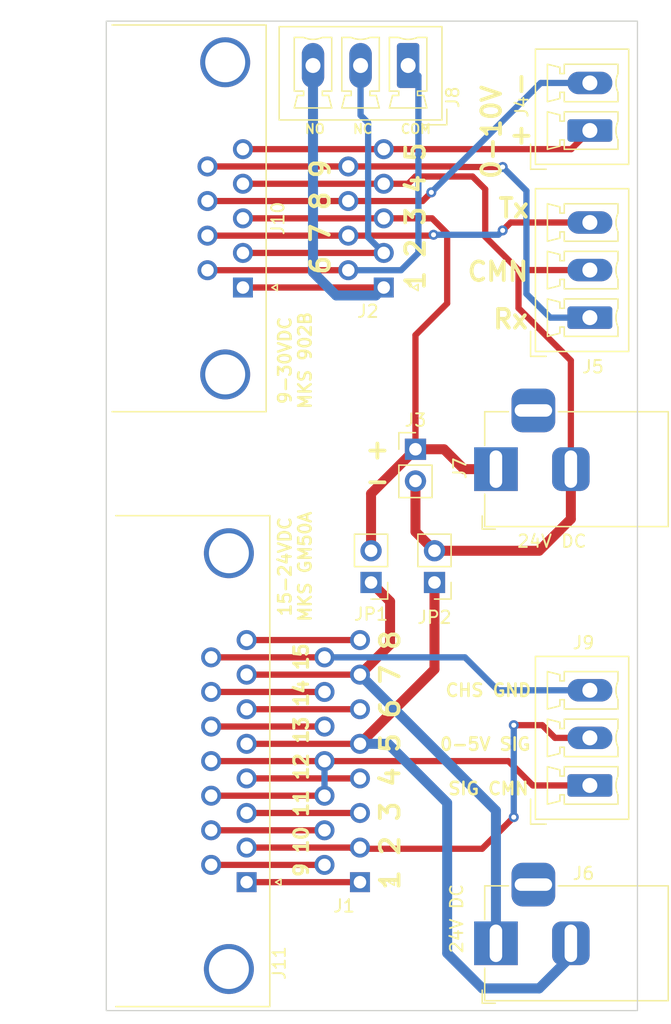
<source format=kicad_pcb>
(kicad_pcb (version 20211014) (generator pcbnew)
  (layers (0 "F.Cu" signal) (31 "B.Cu" signal) (34 "B.Paste" user) (35 "F.Paste" user) (36 "B.SilkS" user "B.Silkscreen") (37 "F.SilkS" user "F.Silkscreen") (38 "B.Mask" user) (39 "F.Mask" user) (44 "Edge.Cuts" user))
  (net 0 "")
  (net 1 "Net-(J1-Pad2)")
  (net 2 "Net-(J1-Pad5)")
  (net 3 "Net-(J1-Pad7)")
  (net 4 "Net-(J1-Pad11)")
  (net 5 "Net-(J10-Pad1)")
  (net 6 "Net-(J10-Pad2)")
  (net 7 "Net-(J10-Pad3)")
  (net 8 "Net-(J10-Pad4)")
  (net 9 "Net-(J10-Pad5)")
  (net 10 "Net-(J10-Pad6)")
  (net 11 "Net-(J10-Pad7)")
  (net 12 "Net-(J10-Pad8)")
  (net 13 "Net-(J10-Pad9)")
  (net 14 "Net-(J1-Pad1)")
  (net 15 "Net-(J1-Pad3)")
  (net 16 "Net-(J1-Pad4)")
  (net 17 "Net-(J1-Pad6)")
  (net 18 "Net-(J1-Pad8)")
  (net 19 "Net-(J1-Pad9)")
  (net 20 "Net-(J1-Pad10)")
  (net 21 "Net-(J1-Pad13)")
  (net 22 "Net-(J1-Pad14)")
  (net 23 "Net-(J1-Pad15)")
  (footprint "Connector_Dsub:DSUB-15_Female_Horizontal_P2.77x2.84mm_EdgePinOffset7.70mm_Housed_MountingHolesOffset9.12mm" (layer "F.Cu") (at 137.605331 129.921 -90)
    (fp_text reference "J11" (at 6.477 -2.602669 -90) (layer "F.SilkS"))
    (fp_text value "DB15_Female")
    (fp_line (start -29.355 -1.86) (end 9.965 -1.86) (layer "F.SilkS") (width 0.12))
    (fp_line (start -0.25 -2.754338) (end 0.25 -2.754338) (layer "F.SilkS") (width 0.12))
    (fp_line (start 9.965 -1.86) (end 9.965 10.48) (layer "F.SilkS") (width 0.12))
    (fp_line (start -29.355 10.48) (end -29.355 -1.86) (layer "F.SilkS") (width 0.12))
    (fp_line (start 0.25 -2.754338) (end 0 -2.321325) (layer "F.SilkS") (width 0.12))
    (fp_line (start 0 -2.321325) (end -0.25 -2.754338) (layer "F.SilkS") (width 0.12))
    (pad "0" thru_hole circle (at -26.345 1.42 270) (size 4 4) (drill 3.2) (layers *.Cu *.Mask))
    (pad "0" thru_hole circle (at 6.955 1.42 270) (size 4 4) (drill 3.2) (layers *.Cu *.Mask))
    (pad "1" thru_hole rect (at 0 0 270) (size 1.6 1.6) (drill 1) (layers *.Cu *.Mask) (net 14 "Net-(J1-Pad1)"))
    (pad "2" thru_hole circle (at -2.77 0 270) (size 1.6 1.6) (drill 1) (layers *.Cu *.Mask) (net 1 "Net-(J1-Pad2)"))
    (pad "3" thru_hole circle (at -5.54 0 270) (size 1.6 1.6) (drill 1) (layers *.Cu *.Mask) (net 15 "Net-(J1-Pad3)"))
    (pad "4" thru_hole circle (at -8.31 0 270) (size 1.6 1.6) (drill 1) (layers *.Cu *.Mask) (net 16 "Net-(J1-Pad4)"))
    (pad "5" thru_hole circle (at -11.08 0 270) (size 1.6 1.6) (drill 1) (layers *.Cu *.Mask) (net 2 "Net-(J1-Pad5)"))
    (pad "6" thru_hole circle (at -13.85 0 270) (size 1.6 1.6) (drill 1) (layers *.Cu *.Mask) (net 17 "Net-(J1-Pad6)"))
    (pad "7" thru_hole circle (at -16.62 0 270) (size 1.6 1.6) (drill 1) (layers *.Cu *.Mask) (net 3 "Net-(J1-Pad7)"))
    (pad "8" thru_hole circle (at -19.39 0 270) (size 1.6 1.6) (drill 1) (layers *.Cu *.Mask) (net 18 "Net-(J1-Pad8)"))
    (pad "9" thru_hole circle (at -1.385 2.84 270) (size 1.6 1.6) (drill 1) (layers *.Cu *.Mask) (net 19 "Net-(J1-Pad9)"))
    (pad "10" thru_hole circle (at -4.155 2.84 270) (size 1.6 1.6) (drill 1) (layers *.Cu *.Mask) (net 20 "Net-(J1-Pad10)"))
    (pad "11" thru_hole circle (at -6.925 2.84 270) (size 1.6 1.6) (drill 1) (layers *.Cu *.Mask) (net 4 "Net-(J1-Pad11)"))
    (pad "12" thru_hole circle (at -9.695 2.84 270) (size 1.6 1.6) (drill 1) (layers *.Cu *.Mask) (net 4 "Net-(J1-Pad11)"))
    (pad "13" thru_hole circle (at -12.465 2.84 270) (size 1.6 1.6) (drill 1) (layers *.Cu *.Mask) (net 21 "Net-(J1-Pad13)"))
    (pad "14" thru_hole circle (at -15.235 2.84 270) (size 1.6 1.6) (drill 1) (layers *.Cu *.Mask) (net 22 "Net-(J1-Pad14)"))
    (pad "15" thru_hole circle (at -18.005 2.84 270) (size 1.6 1.6) (drill 1) (layers *.Cu *.Mask) (net 23 "Net-(J1-Pad15)"))
  )
  (footprint "Connector_BarrelJack:BarrelJack_Horizontal" (layer "F.Cu") (at 157.576 96.8425 180)
    (fp_text reference "J7" (at 2.89 0.0685 90) (layer "F.SilkS"))
    (fp_text value "Barrel_Jack")
    (fp_line (start 0.9 -4.6) (end 0.9 -2) (layer "F.SilkS") (width 0.12))
    (fp_line (start -13.8 -4.6) (end 0.9 -4.6) (layer "F.SilkS") (width 0.12))
    (fp_line (start 0.9 4.6) (end -1 4.6) (layer "F.SilkS") (width 0.12))
    (fp_line (start 1.1 -3.75) (end 1.1 -4.8) (layer "F.SilkS") (width 0.12))
    (fp_line (start -5 4.6) (end -13.8 4.6) (layer "F.SilkS") (width 0.12))
    (fp_line (start 0.9 1.9) (end 0.9 4.6) (layer "F.SilkS") (width 0.12))
    (fp_line (start 0.05 -4.8) (end 1.1 -4.8) (layer "F.SilkS") (width 0.12))
    (fp_line (start -13.8 4.6) (end -13.8 -4.6) (layer "F.SilkS") (width 0.12))
    (pad "1" thru_hole rect (at 0 0 180) (size 3.5 3.5) (drill oval 1 3) (layers *.Cu *.Mask) (net 7 "Net-(J10-Pad3)"))
    (pad "2" thru_hole roundrect (at -6 0 180) (size 3 3.5) (drill oval 1 3) (layers *.Cu *.Mask) (net 8 "Net-(J10-Pad4)"))
    (pad "3" thru_hole roundrect (at -3 4.7 180) (size 3.5 3.5) (drill oval 3 1) (layers *.Cu *.Mask))
  )
  (footprint "Connector_Dsub:DSUB-9_Female_Horizontal_P2.77x2.84mm_EdgePinOffset7.70mm_Housed_MountingHolesOffset9.12mm" (layer "F.Cu") (at 148.59 82.296 -90)
    (fp_text reference "J2" (at 1.905 1.27 180) (layer "F.SilkS"))
    (fp_text value "DB9_Female")
    (fp_line (start -0.25 -2.754338) (end 0.25 -2.754338) (layer "F.SilkS") (width 0.12))
    (fp_line (start 0 -2.321325) (end -0.25 -2.754338) (layer "F.SilkS") (width 0.12))
    (fp_line (start 0.25 -2.754338) (end 0 -2.321325) (layer "F.SilkS") (width 0.12))
    (pad "1" thru_hole rect (at 0 0 270) (size 1.6 1.6) (drill 1) (layers *.Cu *.Mask) (net 5 "Net-(J10-Pad1)"))
    (pad "2" thru_hole circle (at -2.77 0 270) (size 1.6 1.6) (drill 1) (layers *.Cu *.Mask) (net 6 "Net-(J10-Pad2)"))
    (pad "3" thru_hole circle (at -5.54 0 270) (size 1.6 1.6) (drill 1) (layers *.Cu *.Mask) (net 7 "Net-(J10-Pad3)"))
    (pad "4" thru_hole circle (at -8.31 0 270) (size 1.6 1.6) (drill 1) (layers *.Cu *.Mask) (net 8 "Net-(J10-Pad4)"))
    (pad "5" thru_hole circle (at -11.08 0 270) (size 1.6 1.6) (drill 1) (layers *.Cu *.Mask) (net 9 "Net-(J10-Pad5)"))
    (pad "6" thru_hole circle (at -1.385 2.84 270) (size 1.6 1.6) (drill 1) (layers *.Cu *.Mask) (net 10 "Net-(J10-Pad6)"))
    (pad "7" thru_hole circle (at -4.155 2.84 270) (size 1.6 1.6) (drill 1) (layers *.Cu *.Mask) (net 11 "Net-(J10-Pad7)"))
    (pad "8" thru_hole circle (at -6.925 2.84 270) (size 1.6 1.6) (drill 1) (layers *.Cu *.Mask) (net 12 "Net-(J10-Pad8)"))
    (pad "9" thru_hole circle (at -9.695 2.84 270) (size 1.6 1.6) (drill 1) (layers *.Cu *.Mask) (net 13 "Net-(J10-Pad9)"))
  )
  (footprint "Connector_PinHeader_2.54mm:PinHeader_1x02_P2.54mm_Vertical" (layer "F.Cu") (at 152.654 105.918 180)
    (fp_text reference "JP2" (at 0 -2.794 180) (layer "F.SilkS"))
    (fp_text value "Jumper_2_Open")
    (fp_line (start -1.33 1.27) (end 1.33 1.27) (layer "F.SilkS") (width 0.12))
    (fp_line (start -1.33 3.87) (end 1.33 3.87) (layer "F.SilkS") (width 0.12))
    (fp_line (start 1.33 1.27) (end 1.33 3.87) (layer "F.SilkS") (width 0.12))
    (fp_line (start -1.33 1.27) (end -1.33 3.87) (layer "F.SilkS") (width 0.12))
    (fp_line (start -1.33 -1.33) (end 0 -1.33) (layer "F.SilkS") (width 0.12))
    (fp_line (start -1.33 0) (end -1.33 -1.33) (layer "F.SilkS") (width 0.12))
    (pad "1" thru_hole rect (at 0 0 180) (size 1.7 1.7) (drill 1) (layers *.Cu *.Mask) (net 2 "Net-(J1-Pad5)"))
    (pad "2" thru_hole oval (at 0 2.54 180) (size 1.7 1.7) (drill 1) (layers *.Cu *.Mask) (net 8 "Net-(J10-Pad4)"))
  )
  (footprint "MountingHole:MountingHole_3.2mm_M3" (layer "F.Cu") (at 165.5 106.5)
    (fp_text reference "H2")
    (fp_text value "MountingHole")
    (pad "" np_thru_hole circle (at 0 0) (size 3.2 3.2) (drill 3.2) (layers *.Cu *.Mask))
  )
  (footprint "Connector_Phoenix_MC:PhoenixContact_MCV_1,5_2-G-3.81_1x02_P3.81mm_Vertical" (layer "F.Cu") (at 165.1 69.723 90)
    (fp_text reference "J4" (at 1.9 -5.45 90) (layer "F.SilkS"))
    (fp_text value "Screw_Terminal_01x02")
    (fp_line (start -0.75 -2.05) (end -0.75 -2.4) (layer "F.SilkS") (width 0.12))
    (fp_line (start 5.06 -2.4) (end 4.56 -2.4) (layer "F.SilkS") (width 0.12))
    (fp_line (start 3.06 -2.4) (end 2.56 -2.4) (layer "F.SilkS") (width 0.12))
    (fp_line (start 2.31 -2.05) (end 3.06 -2.05) (layer "F.SilkS") (width 0.12))
    (fp_line (start 4.56 -2.4) (end 4.56 -2.05) (layer "F.SilkS") (width 0.12))
    (fp_line (start 1.5 2.25) (end 0.75 2.25) (layer "F.SilkS") (width 0.12))
    (fp_line (start 3.06 2.25) (end 2.31 2.25) (layer "F.SilkS") (width 0.12))
    (fp_line (start 5.31 -3.4) (end 5.06 -2.4) (layer "F.SilkS") (width 0.12))
    (fp_line (start 0.75 -2.05) (end 1.5 -2.05) (layer "F.SilkS") (width 0.12))
    (fp_line (start 2.31 -3.4) (end 5.31 -3.4) (layer "F.SilkS") (width 0.12))
    (fp_line (start -2.71 3.11) (end 6.52 3.11) (layer "F.SilkS") (width 0.12))
    (fp_line (start 1.25 -2.4) (end 0.75 -2.4) (layer "F.SilkS") (width 0.12))
    (fp_line (start -0.75 2.25) (end -1.5 2.25) (layer "F.SilkS") (width 0.12))
    (fp_line (start -1.5 -3.4) (end 1.5 -3.4) (layer "F.SilkS") (width 0.12))
    (fp_line (start 3.06 -2.05) (end 3.06 -2.4) (layer "F.SilkS") (width 0.12))
    (fp_line (start 1.5 -2.05) (end 1.5 2.25) (layer "F.SilkS") (width 0.12))
    (fp_line (start -3.1 -4.75) (end -1.1 -4.75) (layer "F.SilkS") (width 0.12))
    (fp_line (start -1.5 -2.05) (end -0.75 -2.05) (layer "F.SilkS") (width 0.12))
    (fp_line (start 2.31 2.25) (end 2.31 -2.05) (layer "F.SilkS") (width 0.12))
    (fp_line (start 6.52 -4.36) (end -2.71 -4.36) (layer "F.SilkS") (width 0.12))
    (fp_line (start -1.5 2.25) (end -1.5 -2.05) (layer "F.SilkS") (width 0.12))
    (fp_line (start 0.75 -2.4) (end 0.75 -2.05) (layer "F.SilkS") (width 0.12))
    (fp_line (start 4.56 -2.05) (end 5.31 -2.05) (layer "F.SilkS") (width 0.12))
    (fp_line (start -1.25 -2.4) (end -1.5 -3.4) (layer "F.SilkS") (width 0.12))
    (fp_line (start 5.31 2.25) (end 4.56 2.25) (layer "F.SilkS") (width 0.12))
    (fp_line (start 1.5 -3.4) (end 1.25 -2.4) (layer "F.SilkS") (width 0.12))
    (fp_line (start -2.71 -4.36) (end -2.71 3.11) (layer "F.SilkS") (width 0.12))
    (fp_line (start -3.1 -3.5) (end -3.1 -4.75) (layer "F.SilkS") (width 0.12))
    (fp_line (start 6.52 3.11) (end 6.52 -4.36) (layer "F.SilkS") (width 0.12))
    (fp_line (start 2.56 -2.4) (end 2.31 -3.4) (layer "F.SilkS") (width 0.12))
    (fp_line (start 5.31 -2.05) (end 5.31 2.25) (layer "F.SilkS") (width 0.12))
    (fp_line (start -0.75 -2.4) (end -1.25 -2.4) (layer "F.SilkS") (width 0.12))
    (fp_arc (start 3.06 2.25) (mid 3.809807 2.09191) (end 4.559647 2.249844) (layer "F.SilkS") (width 0.12))
    (fp_arc (start -0.75 2.25) (mid -0.000193 2.09191) (end 0.749647 2.249844) (layer "F.SilkS") (width 0.12))
    (pad "1" thru_hole roundrect (at 0 0 90) (size 1.8 3.6) (drill 1.2) (layers *.Cu *.Mask) (roundrect_rratio 0.138889) (net 9 "Net-(J10-Pad5)"))
    (pad "2" thru_hole oval (at 3.81 0 90) (size 1.8 3.6) (drill 1.2) (layers *.Cu *.Mask) (net 12 "Net-(J10-Pad8)"))
  )
  (footprint "Connector_Phoenix_MC:PhoenixContact_MCV_1,5_3-G-3.81_1x03_P3.81mm_Vertical" (layer "F.Cu") (at 150.5425 64.516 180)
    (fp_text reference "J8" (at -3.5735 -2.54 90) (layer "F.SilkS"))
    (fp_text value "Screw_Terminal_01x03")
    (fp_line (start 2.31 2.25) (end 2.31 -2.05) (layer "F.SilkS") (width 0.12))
    (fp_line (start -0.75 -2.05) (end -0.75 -2.4) (layer "F.SilkS") (width 0.12))
    (fp_line (start 3.06 2.25) (end 2.31 2.25) (layer "F.SilkS") (width 0.12))
    (fp_line (start 4.56 -2.05) (end 5.31 -2.05) (layer "F.SilkS") (width 0.12))
    (fp_line (start 1.5 -3.4) (end 1.25 -2.4) (layer "F.SilkS") (width 0.12))
    (fp_line (start 5.31 2.25) (end 4.56 2.25) (layer "F.SilkS") (width 0.12))
    (fp_line (start -1.25 -2.4) (end -1.5 -3.4) (layer "F.SilkS") (width 0.12))
    (fp_line (start -1.5 -3.4) (end 1.5 -3.4) (layer "F.SilkS") (width 0.12))
    (fp_line (start 6.12 -3.4) (end 9.12 -3.4) (layer "F.SilkS") (width 0.12))
    (fp_line (start 9.12 -3.4) (end 8.87 -2.4) (layer "F.SilkS") (width 0.12))
    (fp_line (start 4.56 -2.4) (end 4.56 -2.05) (layer "F.SilkS") (width 0.12))
    (fp_line (start 0.75 -2.05) (end 1.5 -2.05) (layer "F.SilkS") (width 0.12))
    (fp_line (start 6.12 2.25) (end 6.12 -2.05) (layer "F.SilkS") (width 0.12))
    (fp_line (start 3.06 -2.4) (end 2.56 -2.4) (layer "F.SilkS") (width 0.12))
    (fp_line (start 9.12 2.25) (end 8.37 2.25) (layer "F.SilkS") (width 0.12))
    (fp_line (start 1.5 2.25) (end 0.75 2.25) (layer "F.SilkS") (width 0.12))
    (fp_line (start -3.1 -4.75) (end -1.1 -4.75) (layer "F.SilkS") (width 0.12))
    (fp_line (start 9.12 -2.05) (end 9.12 2.25) (layer "F.SilkS") (width 0.12))
    (fp_line (start 6.12 -2.05) (end 6.87 -2.05) (layer "F.SilkS") (width 0.12))
    (fp_line (start -0.75 -2.4) (end -1.25 -2.4) (layer "F.SilkS") (width 0.12))
    (fp_line (start 10.33 3.11) (end 10.33 -4.36) (layer "F.SilkS") (width 0.12))
    (fp_line (start 0.75 -2.4) (end 0.75 -2.05) (layer "F.SilkS") (width 0.12))
    (fp_line (start 1.25 -2.4) (end 0.75 -2.4) (layer "F.SilkS") (width 0.12))
    (fp_line (start -0.75 2.25) (end -1.5 2.25) (layer "F.SilkS") (width 0.12))
    (fp_line (start 2.56 -2.4) (end 2.31 -3.4) (layer "F.SilkS") (width 0.12))
    (fp_line (start 8.37 -2.4) (end 8.37 -2.05) (layer "F.SilkS") (width 0.12))
    (fp_line (start 1.5 -2.05) (end 1.5 2.25) (layer "F.SilkS") (width 0.12))
    (fp_line (start 6.87 2.25) (end 6.12 2.25) (layer "F.SilkS") (width 0.12))
    (fp_line (start -1.5 2.25) (end -1.5 -2.05) (layer "F.SilkS") (width 0.12))
    (fp_line (start 5.31 -2.05) (end 5.31 2.25) (layer "F.SilkS") (width 0.12))
    (fp_line (start 2.31 -3.4) (end 5.31 -3.4) (layer "F.SilkS") (width 0.12))
    (fp_line (start 6.87 -2.4) (end 6.37 -2.4) (layer "F.SilkS") (width 0.12))
    (fp_line (start 8.87 -2.4) (end 8.37 -2.4) (layer "F.SilkS") (width 0.12))
    (fp_line (start -3.1 -3.5) (end -3.1 -4.75) (layer "F.SilkS") (width 0.12))
    (fp_line (start -1.5 -2.05) (end -0.75 -2.05) (layer "F.SilkS") (width 0.12))
    (fp_line (start 5.06 -2.4) (end 4.56 -2.4) (layer "F.SilkS") (width 0.12))
    (fp_line (start 2.31 -2.05) (end 3.06 -2.05) (layer "F.SilkS") (width 0.12))
    (fp_line (start 6.87 -2.05) (end 6.87 -2.4) (layer "F.SilkS") (width 0.12))
    (fp_line (start 6.37 -2.4) (end 6.12 -3.4) (layer "F.SilkS") (width 0.12))
    (fp_line (start 3.06 -2.05) (end 3.06 -2.4) (layer "F.SilkS") (width 0.12))
    (fp_line (start 10.33 -4.36) (end -2.71 -4.36) (layer "F.SilkS") (width 0.12))
    (fp_line (start 5.31 -3.4) (end 5.06 -2.4) (layer "F.SilkS") (width 0.12))
    (fp_line (start -2.71 -4.36) (end -2.71 3.11) (layer "F.SilkS") (width 0.12))
    (fp_line (start 8.37 -2.05) (end 9.12 -2.05) (layer "F.SilkS") (width 0.12))
    (fp_line (start -2.71 3.11) (end 10.33 3.11) (layer "F.SilkS") (width 0.12))
    (fp_arc (start 6.87 2.25) (mid 7.619807 2.09191) (end 8.369647 2.249844) (layer "F.SilkS") (width 0.12))
    (fp_arc (start 3.06 2.25) (mid 3.809807 2.09191) (end 4.559647 2.249844) (layer "F.SilkS") (width 0.12))
    (fp_arc (start -0.75 2.25) (mid -0.000193 2.09191) (end 0.749647 2.249844) (layer "F.SilkS") (width 0.12))
    (pad "1" thru_hole roundrect (at 0 0 180) (size 1.8 3.6) (drill 1.2) (layers *.Cu *.Mask) (roundrect_rratio 0.138889) (net 10 "Net-(J10-Pad6)"))
    (pad "2" thru_hole oval (at 3.81 0 180) (size 1.8 3.6) (drill 1.2) (layers *.Cu *.Mask) (net 6 "Net-(J10-Pad2)"))
    (pad "3" thru_hole oval (at 7.62 0 180) (size 1.8 3.6) (drill 1.2) (layers *.Cu *.Mask) (net 5 "Net-(J10-Pad1)"))
  )
  (footprint "Connector_PinHeader_2.54mm:PinHeader_1x02_P2.54mm_Vertical" (layer "F.Cu") (at 147.574 105.918 180)
    (fp_text reference "JP1" (at 0 -2.54 180) (layer "F.SilkS"))
    (fp_text value "Jumper_2_Open")
    (fp_line (start -1.33 1.27) (end -1.33 3.87) (layer "F.SilkS") (width 0.12))
    (fp_line (start -1.33 -1.33) (end 0 -1.33) (layer "F.SilkS") (width 0.12))
    (fp_line (start -1.33 0) (end -1.33 -1.33) (layer "F.SilkS") (width 0.12))
    (fp_line (start -1.33 3.87) (end 1.33 3.87) (layer "F.SilkS") (width 0.12))
    (fp_line (start 1.33 1.27) (end 1.33 3.87) (layer "F.SilkS") (width 0.12))
    (fp_line (start -1.33 1.27) (end 1.33 1.27) (layer "F.SilkS") (width 0.12))
    (pad "1" thru_hole rect (at 0 0 180) (size 1.7 1.7) (drill 1) (layers *.Cu *.Mask) (net 3 "Net-(J1-Pad7)"))
    (pad "2" thru_hole oval (at 0 2.54 180) (size 1.7 1.7) (drill 1) (layers *.Cu *.Mask) (net 7 "Net-(J10-Pad3)"))
  )
  (footprint "Connector_Dsub:DSUB-9_Female_Horizontal_P2.77x2.84mm_EdgePinOffset7.70mm_Housed_MountingHolesOffset9.12mm" (layer "F.Cu") (at 137.31 82.296 -90)
    (fp_text reference "J10" (at -5.54 -2.8 90) (layer "F.SilkS"))
    (fp_text value "DB9_Female")
    (fp_line (start -21.025 10.48) (end -21.025 -1.86) (layer "F.SilkS") (width 0.12))
    (fp_line (start 0 -2.321325) (end -0.25 -2.754338) (layer "F.SilkS") (width 0.12))
    (fp_line (start -21.025 -1.86) (end 9.945 -1.86) (layer "F.SilkS") (width 0.12))
    (fp_line (start -0.25 -2.754338) (end 0.25 -2.754338) (layer "F.SilkS") (width 0.12))
    (fp_line (start 9.945 -1.86) (end 9.945 10.48) (layer "F.SilkS") (width 0.12))
    (fp_line (start 0.25 -2.754338) (end 0 -2.321325) (layer "F.SilkS") (width 0.12))
    (pad "0" thru_hole circle (at -18.04 1.42 270) (size 4 4) (drill 3.2) (layers *.Cu *.Mask))
    (pad "0" thru_hole circle (at 6.96 1.42 270) (size 4 4) (drill 3.2) (layers *.Cu *.Mask))
    (pad "1" thru_hole rect (at 0 0 270) (size 1.6 1.6) (drill 1) (layers *.Cu *.Mask) (net 5 "Net-(J10-Pad1)"))
    (pad "2" thru_hole circle (at -2.77 0 270) (size 1.6 1.6) (drill 1) (layers *.Cu *.Mask) (net 6 "Net-(J10-Pad2)"))
    (pad "3" thru_hole circle (at -5.54 0 270) (size 1.6 1.6) (drill 1) (layers *.Cu *.Mask) (net 7 "Net-(J10-Pad3)"))
    (pad "4" thru_hole circle (at -8.31 0 270) (size 1.6 1.6) (drill 1) (layers *.Cu *.Mask) (net 8 "Net-(J10-Pad4)"))
    (pad "5" thru_hole circle (at -11.08 0 270) (size 1.6 1.6) (drill 1) (layers *.Cu *.Mask) (net 9 "Net-(J10-Pad5)"))
    (pad "6" thru_hole circle (at -1.385 2.84 270) (size 1.6 1.6) (drill 1) (layers *.Cu *.Mask) (net 10 "Net-(J10-Pad6)"))
    (pad "7" thru_hole circle (at -4.155 2.84 270) (size 1.6 1.6) (drill 1) (layers *.Cu *.Mask) (net 11 "Net-(J10-Pad7)"))
    (pad "8" thru_hole circle (at -6.925 2.84 270) (size 1.6 1.6) (drill 1) (layers *.Cu *.Mask) (net 12 "Net-(J10-Pad8)"))
    (pad "9" thru_hole circle (at -9.695 2.84 270) (size 1.6 1.6) (drill 1) (layers *.Cu *.Mask) (net 13 "Net-(J10-Pad9)"))
  )
  (footprint "MountingHole:MountingHole_3.2mm_M3" (layer "F.Cu") (at 130.25 96.5)
    (fp_text reference "H3")
    (fp_text value "MountingHole")
    (pad "" np_thru_hole circle (at 0 0) (size 3.2 3.2) (drill 3.2) (layers *.Cu *.Mask))
  )
  (footprint "MountingHole:MountingHole_3.2mm_M3" (layer "F.Cu") (at 146.75 136.25)
    (fp_text reference "H4")
    (fp_text value "MountingHole")
    (pad "" np_thru_hole circle (at 0 0) (size 3.2 3.2) (drill 3.2) (layers *.Cu *.Mask))
  )
  (footprint "Connector_Phoenix_MC:PhoenixContact_MCV_1,5_3-G-3.81_1x03_P3.81mm_Vertical" (layer "F.Cu") (at 165.1 122.174 90)
    (fp_text reference "J9" (at 11.43 -0.508 180) (layer "F.SilkS"))
    (fp_text value "Screw_Terminal_01x02")
    (fp_line (start 6.12 2.25) (end 6.12 -2.05) (layer "F.SilkS") (width 0.12))
    (fp_line (start 2.31 2.25) (end 2.31 -2.05) (layer "F.SilkS") (width 0.12))
    (fp_line (start 6.37 -2.4) (end 6.12 -3.4) (layer "F.SilkS") (width 0.12))
    (fp_line (start 6.87 -2.4) (end 6.37 -2.4) (layer "F.SilkS") (width 0.12))
    (fp_line (start -3.1 -4.75) (end -1.1 -4.75) (layer "F.SilkS") (width 0.12))
    (fp_line (start -0.75 2.25) (end -1.5 2.25) (layer "F.SilkS") (width 0.12))
    (fp_line (start 5.06 -2.4) (end 4.56 -2.4) (layer "F.SilkS") (width 0.12))
    (fp_line (start -2.71 -4.36) (end -2.71 3.11) (layer "F.SilkS") (width 0.12))
    (fp_line (start -1.25 -2.4) (end -1.5 -3.4) (layer "F.SilkS") (width 0.12))
    (fp_line (start 6.12 -2.05) (end 6.87 -2.05) (layer "F.SilkS") (width 0.12))
    (fp_line (start -0.75 -2.4) (end -1.25 -2.4) (layer "F.SilkS") (width 0.12))
    (fp_line (start -3.1 -3.5) (end -3.1 -4.75) (layer "F.SilkS") (width 0.12))
    (fp_line (start 9.12 -2.05) (end 9.12 2.25) (layer "F.SilkS") (width 0.12))
    (fp_line (start 1.5 -2.05) (end 1.5 2.25) (layer "F.SilkS") (width 0.12))
    (fp_line (start 6.87 -2.05) (end 6.87 -2.4) (layer "F.SilkS") (width 0.12))
    (fp_line (start 5.31 -2.05) (end 5.31 2.25) (layer "F.SilkS") (width 0.12))
    (fp_line (start 10.33 -4.36) (end -2.71 -4.36) (layer "F.SilkS") (width 0.12))
    (fp_line (start 4.56 -2.4) (end 4.56 -2.05) (layer "F.SilkS") (width 0.12))
    (fp_line (start 10.33 3.11) (end 10.33 -4.36) (layer "F.SilkS") (width 0.12))
    (fp_line (start 1.25 -2.4) (end 0.75 -2.4) (layer "F.SilkS") (width 0.12))
    (fp_line (start 8.37 -2.05) (end 9.12 -2.05) (layer "F.SilkS") (width 0.12))
    (fp_line (start 3.06 -2.4) (end 2.56 -2.4) (layer "F.SilkS") (width 0.12))
    (fp_line (start 2.31 -2.05) (end 3.06 -2.05) (layer "F.SilkS") (width 0.12))
    (fp_line (start -0.75 -2.05) (end -0.75 -2.4) (layer "F.SilkS") (width 0.12))
    (fp_line (start 3.06 -2.05) (end 3.06 -2.4) (layer "F.SilkS") (width 0.12))
    (fp_line (start 4.56 -2.05) (end 5.31 -2.05) (layer "F.SilkS") (width 0.12))
    (fp_line (start 6.87 2.25) (end 6.12 2.25) (layer "F.SilkS") (width 0.12))
    (fp_line (start -1.5 -3.4) (end 1.5 -3.4) (layer "F.SilkS") (width 0.12))
    (fp_line (start 9.12 -3.4) (end 8.87 -2.4) (layer "F.SilkS") (width 0.12))
    (fp_line (start 6.12 -3.4) (end 9.12 -3.4) (layer "F.SilkS") (width 0.12))
    (fp_line (start 3.06 2.25) (end 2.31 2.25) (layer "F.SilkS") (width 0.12))
    (fp_line (start 0.75 -2.05) (end 1.5 -2.05) (layer "F.SilkS") (width 0.12))
    (fp_line (start 2.56 -2.4) (end 2.31 -3.4) (layer "F.SilkS") (width 0.12))
    (fp_line (start 9.12 2.25) (end 8.37 2.25) (layer "F.SilkS") (width 0.12))
    (fp_line (start -1.5 -2.05) (end -0.75 -2.05) (layer "F.SilkS") (width 0.12))
    (fp_line (start -2.71 3.11) (end 10.33 3.11) (layer "F.SilkS") (width 0.12))
    (fp_line (start 8.87 -2.4) (end 8.37 -2.4) (layer "F.SilkS") (width 0.12))
    (fp_line (start 2.31 -3.4) (end 5.31 -3.4) (layer "F.SilkS") (width 0.12))
    (fp_line (start 0.75 -2.4) (end 0.75 -2.05) (layer "F.SilkS") (width 0.12))
    (fp_line (start 5.31 -3.4) (end 5.06 -2.4) (layer "F.SilkS") (width 0.12))
    (fp_line (start 5.31 2.25) (end 4.56 2.25) (layer "F.SilkS") (width 0.12))
    (fp_line (start -1.5 2.25) (end -1.5 -2.05) (layer "F.SilkS") (width 0.12))
    (fp_line (start 8.37 -2.4) (end 8.37 -2.05) (layer "F.SilkS") (width 0.12))
    (fp_line (start 1.5 -3.4) (end 1.25 -2.4) (layer "F.SilkS") (width 0.12))
    (fp_line (start 1.5 2.25) (end 0.75 2.25) (layer "F.SilkS") (width 0.12))
    (fp_arc (start 6.87 2.25) (mid 7.619807 2.09191) (end 8.369647 2.249844) (layer "F.SilkS") (width 0.12))
    (fp_arc (start -0.75 2.25) (mid -0.000193 2.09191) (end 0.749647 2.249844) (layer "F.SilkS") (width 0.12))
    (fp_arc (start 3.06 2.25) (mid 3.809807 2.09191) (end 4.559647 2.249844) (layer "F.SilkS") (width 0.12))
    (pad "1" thru_hole roundrect (at 0 0 90) (size 1.8 3.6) (drill 1.2) (layers *.Cu *.Mask) (roundrect_rratio 0.138889) (net 4 "Net-(J1-Pad11)"))
    (pad "2" thru_hole oval (at 3.81 0 90) (size 1.8 3.6) (drill 1.2) (layers *.Cu *.Mask) (net 1 "Net-(J1-Pad2)"))
    (pad "3" thru_hole oval (at 7.62 0 90) (size 1.8 3.6) (drill 1.2) (layers *.Cu *.Mask) (net 23 "Net-(J1-Pad15)"))
  )
  (footprint "Connector_Phoenix_MC:PhoenixContact_MCV_1,5_3-G-3.81_1x03_P3.81mm_Vertical" (layer "F.Cu") (at 165.1 84.709 90)
    (fp_text reference "J5" (at -3.937 0.254 180) (layer "F.SilkS"))
    (fp_text value "Screw_Terminal_01x03")
    (fp_line (start -0.75 2.25) (end -1.5 2.25) (layer "F.SilkS") (width 0.12))
    (fp_line (start -0.75 -2.05) (end -0.75 -2.4) (layer "F.SilkS") (width 0.12))
    (fp_line (start -1.5 -2.05) (end -0.75 -2.05) (layer "F.SilkS") (width 0.12))
    (fp_line (start 1.25 -2.4) (end 0.75 -2.4) (layer "F.SilkS") (width 0.12))
    (fp_line (start 3.06 -2.4) (end 2.56 -2.4) (layer "F.SilkS") (width 0.12))
    (fp_line (start 3.06 -2.05) (end 3.06 -2.4) (layer "F.SilkS") (width 0.12))
    (fp_line (start 4.56 -2.05) (end 5.31 -2.05) (layer "F.SilkS") (width 0.12))
    (fp_line (start 2.56 -2.4) (end 2.31 -3.4) (layer "F.SilkS") (width 0.12))
    (fp_line (start 1.5 2.25) (end 0.75 2.25) (layer "F.SilkS") (width 0.12))
    (fp_line (start 6.87 -2.05) (end 6.87 -2.4) (layer "F.SilkS") (width 0.12))
    (fp_line (start 2.31 2.25) (end 2.31 -2.05) (layer "F.SilkS") (width 0.12))
    (fp_line (start 3.06 2.25) (end 2.31 2.25) (layer "F.SilkS") (width 0.12))
    (fp_line (start 8.87 -2.4) (end 8.37 -2.4) (layer "F.SilkS") (width 0.12))
    (fp_line (start 0.75 -2.4) (end 0.75 -2.05) (layer "F.SilkS") (width 0.12))
    (fp_line (start 6.12 -3.4) (end 9.12 -3.4) (layer "F.SilkS") (width 0.12))
    (fp_line (start 10.33 -4.36) (end -2.71 -4.36) (layer "F.SilkS") (width 0.12))
    (fp_line (start -1.5 2.25) (end -1.5 -2.05) (layer "F.SilkS") (width 0.12))
    (fp_line (start 9.12 -2.05) (end 9.12 2.25) (layer "F.SilkS") (width 0.12))
    (fp_line (start 10.33 3.11) (end 10.33 -4.36) (layer "F.SilkS") (width 0.12))
    (fp_line (start -0.75 -2.4) (end -1.25 -2.4) (layer "F.SilkS") (width 0.12))
    (fp_line (start 5.06 -2.4) (end 4.56 -2.4) (layer "F.SilkS") (width 0.12))
    (fp_line (start 1.5 -3.4) (end 1.25 -2.4) (layer "F.SilkS") (width 0.12))
    (fp_line (start 1.5 -2.05) (end 1.5 2.25) (layer "F.SilkS") (width 0.12))
    (fp_line (start 6.37 -2.4) (end 6.12 -3.4) (layer "F.SilkS") (width 0.12))
    (fp_line (start 6.87 2.25) (end 6.12 2.25) (layer "F.SilkS") (width 0.12))
    (fp_line (start -1.5 -3.4) (end 1.5 -3.4) (layer "F.SilkS") (width 0.12))
    (fp_line (start 2.31 -2.05) (end 3.06 -2.05) (layer "F.SilkS") (width 0.12))
    (fp_line (start 5.31 -2.05) (end 5.31 2.25) (layer "F.SilkS") (width 0.12))
    (fp_line (start 8.37 -2.4) (end 8.37 -2.05) (layer "F.SilkS") (width 0.12))
    (fp_line (start 9.12 -3.4) (end 8.87 -2.4) (layer "F.SilkS") (width 0.12))
    (fp_line (start 6.12 -2.05) (end 6.87 -2.05) (layer "F.SilkS") (width 0.12))
    (fp_line (start -1.25 -2.4) (end -1.5 -3.4) (layer "F.SilkS") (width 0.12))
    (fp_line (start 5.31 2.25) (end 4.56 2.25) (layer "F.SilkS") (width 0.12))
    (fp_line (start 0.75 -2.05) (end 1.5 -2.05) (layer "F.SilkS") (width 0.12))
    (fp_line (start -3.1 -4.75) (end -1.1 -4.75) (layer "F.SilkS") (width 0.12))
    (fp_line (start 6.87 -2.4) (end 6.37 -2.4) (layer "F.SilkS") (width 0.12))
    (fp_line (start 9.12 2.25) (end 8.37 2.25) (layer "F.SilkS") (width 0.12))
    (fp_line (start -2.71 -4.36) (end -2.71 3.11) (layer "F.SilkS") (width 0.12))
    (fp_line (start 4.56 -2.4) (end 4.56 -2.05) (layer "F.SilkS") (width 0.12))
    (fp_line (start -3.1 -3.5) (end -3.1 -4.75) (layer "F.SilkS") (width 0.12))
    (fp_line (start -2.71 3.11) (end 10.33 3.11) (layer "F.SilkS") (width 0.12))
    (fp_line (start 6.12 2.25) (end 6.12 -2.05) (layer "F.SilkS") (width 0.12))
    (fp_line (start 8.37 -2.05) (end 9.12 -2.05) (layer "F.SilkS") (width 0.12))
    (fp_line (start 2.31 -3.4) (end 5.31 -3.4) (layer "F.SilkS") (width 0.12))
    (fp_line (start 5.31 -3.4) (end 5.06 -2.4) (layer "F.SilkS") (width 0.12))
    (fp_arc (start 3.06 2.25) (mid 3.809807 2.09191) (end 4.559647 2.249844) (layer "F.SilkS") (width 0.12))
    (fp_arc (start 6.87 2.25) (mid 7.619807 2.09191) (end 8.369647 2.249844) (layer "F.SilkS") (width 0.12))
    (fp_arc (start -0.75 2.25) (mid -0.000193 2.09191) (end 0.749647 2.249844) (layer "F.SilkS") (width 0.12))
    (pad "1" thru_hole roundrect (at 0 0 90) (size 1.8 3.6) (drill 1.2) (layers *.Cu *.Mask) (roundrect_rratio 0.138889) (net 13 "Net-(J10-Pad9)"))
    (pad "2" thru_hole oval (at 3.81 0 90) (size 1.8 3.6) (drill 1.2) (layers *.Cu *.Mask) (net 8 "Net-(J10-Pad4)"))
    (pad "3" thru_hole oval (at 7.62 0 90) (size 1.8 3.6) (drill 1.2) (layers *.Cu *.Mask) (net 11 "Net-(J10-Pad7)"))
  )
  (footprint "Connector_PinHeader_2.54mm:PinHeader_1x02_P2.54mm_Vertical" (layer "F.Cu") (at 151.13 95.25)
    (fp_text reference "J3" (at 0 -2.33) (layer "F.SilkS"))
    (fp_text value "Conn_01x02_Male")
    (fp_line (start -1.33 1.27) (end -1.33 3.87) (layer "F.SilkS") (width 0.12))
    (fp_line (start -1.33 3.87) (end 1.33 3.87) (layer "F.SilkS") (width 0.12))
    (fp_line (start 1.33 1.27) (end 1.33 3.87) (layer "F.SilkS") (width 0.12))
    (fp_line (start -1.33 1.27) (end 1.33 1.27) (layer "F.SilkS") (width 0.12))
    (fp_line (start -1.33 0) (end -1.33 -1.33) (layer "F.SilkS") (width 0.12))
    (fp_line (start -1.33 -1.33) (end 0 -1.33) (layer "F.SilkS") (width 0.12))
    (pad "1" thru_hole rect (at 0 0) (size 1.7 1.7) (drill 1) (layers *.Cu *.Mask) (net 7 "Net-(J10-Pad3)"))
    (pad "2" thru_hole oval (at 0 2.54) (size 1.7 1.7) (drill 1) (layers *.Cu *.Mask) (net 8 "Net-(J10-Pad4)"))
  )
  (footprint "Connector_Dsub:DSUB-15_Female_Horizontal_P2.77x2.84mm_EdgePinOffset7.70mm_Housed_MountingHolesOffset9.12mm" (layer "F.Cu") (at 146.685 129.921 -90)
    (fp_text reference "J1" (at 1.905 1.27) (layer "F.SilkS"))
    (fp_text value "DB15_Female")
    (fp_line (start 0 -2.321325) (end -0.25 -2.754338) (layer "F.SilkS") (width 0.12))
    (fp_line (start 0.25 -2.754338) (end 0 -2.321325) (layer "F.SilkS") (width 0.12))
    (fp_line (start -0.25 -2.754338) (end 0.25 -2.754338) (layer "F.SilkS") (width 0.12))
    (pad "1" thru_hole rect (at 0 0 270) (size 1.6 1.6) (drill 1) (layers *.Cu *.Mask) (net 14 "Net-(J1-Pad1)"))
    (pad "2" thru_hole circle (at -2.77 0 270) (size 1.6 1.6) (drill 1) (layers *.Cu *.Mask) (net 1 "Net-(J1-Pad2)"))
    (pad "3" thru_hole circle (at -5.54 0 270) (size 1.6 1.6) (drill 1) (layers *.Cu *.Mask) (net 15 "Net-(J1-Pad3)"))
    (pad "4" thru_hole circle (at -8.31 0 270) (size 1.6 1.6) (drill 1) (layers *.Cu *.Mask) (net 16 "Net-(J1-Pad4)"))
    (pad "5" thru_hole circle (at -11.08 0 270) (size 1.6 1.6) (drill 1) (layers *.Cu *.Mask) (net 2 "Net-(J1-Pad5)"))
    (pad "6" thru_hole circle (at -13.85 0 270) (size 1.6 1.6) (drill 1) (layers *.Cu *.Mask) (net 17 "Net-(J1-Pad6)"))
    (pad "7" thru_hole circle (at -16.62 0 270) (size 1.6 1.6) (drill 1) (layers *.Cu *.Mask) (net 3 "Net-(J1-Pad7)"))
    (pad "8" thru_hole circle (at -19.39 0 270) (size 1.6 1.6) (drill 1) (layers *.Cu *.Mask) (net 18 "Net-(J1-Pad8)"))
    (pad "9" thru_hole circle (at -1.385 2.84 270) (size 1.6 1.6) (drill 1) (layers *.Cu *.Mask) (net 19 "Net-(J1-Pad9)"))
    (pad "10" thru_hole circle (at -4.155 2.84 270) (size 1.6 1.6) (drill 1) (layers *.Cu *.Mask) (net 20 "Net-(J1-Pad10)"))
    (pad "11" thru_hole circle (at -6.925 2.84 270) (size 1.6 1.6) (drill 1) (layers *.Cu *.Mask) (net 4 "Net-(J1-Pad11)"))
    (pad "12" thru_hole circle (at -9.695 2.84 270) (size 1.6 1.6) (drill 1) (layers *.Cu *.Mask) (net 4 "Net-(J1-Pad11)"))
    (pad "13" thru_hole circle (at -12.465 2.84 270) (size 1.6 1.6) (drill 1) (layers *.Cu *.Mask) (net 21 "Net-(J1-Pad13)"))
    (pad "14" thru_hole circle (at -15.235 2.84 270) (size 1.6 1.6) (drill 1) (layers *.Cu *.Mask) (net 22 "Net-(J1-Pad14)"))
    (pad "15" thru_hole circle (at -18.005 2.84 270) (size 1.6 1.6) (drill 1) (layers *.Cu *.Mask) (net 23 "Net-(J1-Pad15)"))
  )
  (footprint "Connector_BarrelJack:BarrelJack_Horizontal" (layer "F.Cu") (at 157.576 134.8155 180)
    (fp_text reference "J6" (at -7.016 5.588) (layer "F.SilkS"))
    (fp_text value "Barrel_Jack")
    (fp_line (start -13.8 4.6) (end -13.8 -4.6) (layer "F.SilkS") (width 0.12))
    (fp_line (start 0.9 -4.6) (end 0.9 -2) (layer "F.SilkS") (width 0.12))
    (fp_line (start -5 4.6) (end -13.8 4.6) (layer "F.SilkS") (width 0.12))
    (fp_line (start 0.9 4.6) (end -1 4.6) (layer "F.SilkS") (width 0.12))
    (fp_line (start 0.05 -4.8) (end 1.1 -4.8) (layer "F.SilkS") (width 0.12))
    (fp_line (start 1.1 -3.75) (end 1.1 -4.8) (layer "F.SilkS") (width 0.12))
    (fp_line (start -13.8 -4.6) (end 0.9 -4.6) (layer "F.SilkS") (width 0.12))
    (fp_line (start 0.9 1.9) (end 0.9 4.6) (layer "F.SilkS") (width 0.12))
    (pad "1" thru_hole rect (at 0 0 180) (size 3.5 3.5) (drill oval 1 3) (layers *.Cu *.Mask) (net 3 "Net-(J1-Pad7)"))
    (pad "2" thru_hole roundrect (at -6 0 180) (size 3 3.5) (drill oval 1 3) (layers *.Cu *.Mask) (net 2 "Net-(J1-Pad5)"))
    (pad "3" thru_hole roundrect (at -3 4.7 180) (size 3.5 3.5) (drill oval 3 1) (layers *.Cu *.Mask))
  )
  (footprint "MountingHole:MountingHole_3.2mm_M3" (layer "F.Cu") (at 156.75 64.5)
    (fp_text reference "H1")
    (fp_text value "MountingHole")
    (pad "" np_thru_hole circle (at 0 0) (size 3.2 3.2) (drill 3.2) (layers *.Cu *.Mask))
  )
  (gr_rect (start 126.365 60.96) (end 168.91 140.208) (layer "Edge.Cuts") (width 0.1) (fill none))
  (gr_text "0-10V" (at 157.226 69.85 90) (layer "F.SilkS") (effects (font (size 1.5 1.5) (thickness 0.3))))
  (gr_text "-" (at 148.082 97.79) (layer "F.SilkS") (effects (font (size 1.5 1.5) (thickness 0.3))))
  (gr_text "Tx" (at 159.004 75.946) (layer "F.SilkS") (effects (font (size 1.5 1.5) (thickness 0.3))))
  (gr_text "Rx" (at 158.75 84.836) (layer "F.SilkS") (effects (font (size 1.5 1.5) (thickness 0.3))))
  (gr_text "CHS GND" (at 156.972 114.554) (layer "F.SilkS") (effects (font (size 1 1) (thickness 0.2))))
  (gr_text "NO    NC    COM" (at 147.32 69.596) (layer "F.SilkS") (effects (font (size 0.75 0.75))))
  (gr_text "9 10 11 12 13 14 15" (at 141.986 120.142 90) (layer "F.SilkS") (effects (font (size 1.1 1.1) (thickness 0.25))))
  (gr_text "24V DC" (at 154.432 132.842 90) (layer "F.SilkS") (effects (font (size 1 1))))
  (gr_text "24V DC" (at 162.052 102.616) (layer "F.SilkS") (effects (font (size 1 1))))
  (gr_text "+" (at 148.082 95.25) (layer "F.SilkS") (effects (font (size 1.5 1.5) (thickness 0.3))))
  (gr_text "SIG CMN" (at 156.972 122.428) (layer "F.SilkS") (effects (font (size 1 1) (thickness 0.2))))
  (gr_text "CMN" (at 157.734 81.026) (layer "F.SilkS") (effects (font (size 1.5 1.5) (thickness 0.3))))
  (gr_text " 6 7 8 9" (at 143.51 77.216 90) (layer "F.SilkS") (effects (font (size 1.5 1.5) (thickness 0.3))))
  (gr_text "0-5V SIG" (at 156.718 118.872) (layer "F.SilkS") (effects (font (size 1 1) (thickness 0.2))))
  (gr_text "+  -" (at 159.512 68.072 90) (layer "F.SilkS") (effects (font (size 1.5 1.5) (thickness 0.3))))
  (gr_text "1 2 3 4 5" (at 151.13 76.581 90) (layer "F.SilkS") (effects (font (size 1.5 1.5) (thickness 0.3))))
  (gr_text "1 2 3 4 5 6 7 8" (at 149.098 120.142 90) (layer "F.SilkS") (effects (font (size 1.5 1.6) (thickness 0.3))))
  (gr_text "15-24VDC\nMKS GM50A" (at 141.478 104.648 90) (layer "F.SilkS") (effects (font (size 1 1) (thickness 0.2))))
  (gr_text "9-30VDC\nMKS 902B" (at 141.478 88.138 90) (layer "F.SilkS") (effects (font (size 1 1) (thickness 0.2))))
  (segment (start 137.605331 127.151) (end 146.685 127.151) (width 0.5) (layer "F.Cu") (net 1))
  (segment (start 159.004 117.348) (end 161.29 117.348) (width 0.5) (layer "F.Cu") (net 1))
  (segment (start 162.306 118.364) (end 165.1 118.364) (width 0.5) (layer "F.Cu") (net 1))
  (segment (start 161.29 117.348) (end 162.306 118.364) (width 0.5) (layer "F.Cu") (net 1))
  (segment (start 146.05 127.246) (end 156.472 127.246) (width 0.5) (layer "F.Cu") (net 1))
  (segment (start 156.472 127.246) (end 159.004 124.714) (width 0.5) (layer "F.Cu") (net 1))
  (via (at 159.004 117.348) (size 0.8) (drill 0.4) (layers "F.Cu" "B.Cu") (net 1))
  (via (at 159.004 124.714) (size 0.8) (drill 0.4) (layers "F.Cu" "B.Cu") (net 1))
  (segment (start 159.004 124.714) (end 159.004 117.348) (width 0.5) (layer "B.Cu") (net 1))
  (segment (start 152.654 112.872) (end 146.685 118.841) (width 0.8) (layer "F.Cu") (net 2))
  (segment (start 137.605331 118.841) (end 146.685 118.841) (width 0.5) (layer "F.Cu") (net 2))
  (segment (start 152.654 105.918) (end 152.654 112.872) (width 0.8) (layer "F.Cu") (net 2))
  (segment (start 153.67 123.571) (end 153.67 135.6095) (width 0.8) (layer "B.Cu") (net 2))
  (segment (start 148.94 118.841) (end 153.67 123.571) (width 0.8) (layer "B.Cu") (net 2))
  (segment (start 156.4905 138.43) (end 161.036 138.43) (width 0.8) (layer "B.Cu") (net 2))
  (segment (start 153.67 135.6095) (end 156.4905 138.43) (width 0.8) (layer "B.Cu") (net 2))
  (segment (start 146.685 118.841) (end 148.94 118.841) (width 0.8) (layer "B.Cu") (net 2))
  (segment (start 163.576 135.89) (end 163.576 134.8155) (width 0.8) (layer "B.Cu") (net 2))
  (segment (start 161.036 138.43) (end 163.576 135.89) (width 0.8) (layer "B.Cu") (net 2))
  (segment (start 149.098 107.442) (end 149.098 110.888) (width 0.8) (layer "F.Cu") (net 3))
  (segment (start 149.098 110.888) (end 146.685 113.301) (width 0.8) (layer "F.Cu") (net 3))
  (segment (start 146.685 113.301) (end 137.605331 113.301) (width 0.5) (layer "F.Cu") (net 3))
  (segment (start 147.574 105.918) (end 149.098 107.442) (width 0.8) (layer "F.Cu") (net 3))
  (segment (start 157.576 124.192) (end 157.576 134.8155) (width 0.8) (layer "B.Cu") (net 3))
  (segment (start 157.576 124.192) (end 146.685 113.301) (width 0.8) (layer "B.Cu") (net 3))
  (segment (start 143.845 120.226) (end 158.58 120.226) (width 0.5) (layer "F.Cu") (net 4))
  (segment (start 160.528 122.174) (end 165.1 122.174) (width 0.5) (layer "F.Cu") (net 4))
  (segment (start 143.845 122.996) (end 134.765331 122.996) (width 0.5) (layer "F.Cu") (net 4))
  (segment (start 158.58 120.226) (end 160.528 122.174) (width 0.5) (layer "F.Cu") (net 4))
  (segment (start 143.845 120.226) (end 134.765331 120.226) (width 0.5) (layer "F.Cu") (net 4))
  (segment (start 143.845 122.996) (end 143.845 120.226) (width 0.5) (layer "B.Cu") (net 4))
  (segment (start 137.31 82.296) (end 148.59 82.296) (width 0.5) (layer "F.Cu") (net 5))
  (segment (start 147.955 82.931) (end 144.78 82.931) (width 0.8) (layer "B.Cu") (net 5))
  (segment (start 148.59 82.296) (end 147.955 82.931) (width 0.8) (layer "B.Cu") (net 5))
  (segment (start 144.78 82.931) (end 142.9225 81.0735) (width 0.8) (layer "B.Cu") (net 5))
  (segment (start 142.9225 81.0735) (end 142.9225 64.516) (width 0.8) (layer "B.Cu") (net 5))
  (segment (start 137.31 79.526) (end 148.59 79.526) (width 0.5) (layer "F.Cu") (net 6))
  (segment (start 147.34 78.276) (end 147.34 69.108) (width 0.5) (layer "B.Cu") (net 6))
  (segment (start 148.59 79.526) (end 147.34 78.276) (width 0.5) (layer "B.Cu") (net 6))
  (segment (start 147.34 69.108) (end 146.7325 68.5005) (width 0.5) (layer "B.Cu") (net 6))
  (segment (start 146.7325 68.5005) (end 146.7325 64.516) (width 0.5) (layer "B.Cu") (net 6))
  (segment (start 151.13 86.106) (end 151.13 95.25) (width 0.5) (layer "F.Cu") (net 7))
  (segment (start 148.59 76.756) (end 137.31 76.756) (width 0.5) (layer "F.Cu") (net 7))
  (segment (start 147.574 98.806) (end 151.13 95.25) (width 0.8) (layer "F.Cu") (net 7))
  (segment (start 153.67 83.566) (end 151.13 86.106) (width 0.5) (layer "F.Cu") (net 7))
  (segment (start 155.0085 96.8425) (end 153.416 95.25) (width 0.8) (layer "F.Cu") (net 7))
  (segment (start 147.574 103.378) (end 147.574 98.806) (width 0.8) (layer "F.Cu") (net 7))
  (segment (start 153.416 95.25) (end 151.13 95.25) (width 0.8) (layer "F.Cu") (net 7))
  (segment (start 152.46317 76.756) (end 153.67 77.96283) (width 0.5) (layer "F.Cu") (net 7))
  (segment (start 148.59 76.756) (end 152.46317 76.756) (width 0.5) (layer "F.Cu") (net 7))
  (segment (start 157.576 96.8425) (end 155.0085 96.8425) (width 0.8) (layer "F.Cu") (net 7))
  (segment (start 153.67 77.96283) (end 153.67 83.566) (width 0.5) (layer "F.Cu") (net 7))
  (segment (start 161.036 103.378) (end 152.654 103.378) (width 0.8) (layer "F.Cu") (net 8))
  (segment (start 156.718 78.232) (end 159.385 80.899) (width 0.5) (layer "F.Cu") (net 8))
  (segment (start 151.13 97.79) (end 151.13 101.854) (width 0.8) (layer "F.Cu") (net 8))
  (segment (start 155.702 73.406) (end 156.718 74.422) (width 0.5) (layer "F.Cu") (net 8))
  (segment (start 150.55 73.986) (end 151.13 73.406) (width 0.5) (layer "F.Cu") (net 8))
  (segment (start 159.385 80.899) (end 165.1 80.899) (width 0.5) (layer "F.Cu") (net 8))
  (segment (start 159.385 80.899) (end 159.385 83.947) (width 0.5) (layer "F.Cu") (net 8))
  (segment (start 151.13 101.854) (end 152.654 103.378) (width 0.8) (layer "F.Cu") (net 8))
  (segment (start 166.37 80.899) (end 165.1 80.899) (width 0.8) (layer "F.Cu") (net 8))
  (segment (start 156.718 74.422) (end 156.718 78.232) (width 0.5) (layer "F.Cu") (net 8))
  (segment (start 159.385 83.947) (end 163.576 88.138) (width 0.5) (layer "F.Cu") (net 8))
  (segment (start 163.576 100.838) (end 161.036 103.378) (width 0.8) (layer "F.Cu") (net 8))
  (segment (start 148.59 73.986) (end 137.31 73.986) (width 0.5) (layer "F.Cu") (net 8))
  (segment (start 148.59 73.986) (end 150.55 73.986) (width 0.5) (layer "F.Cu") (net 8))
  (segment (start 151.13 73.406) (end 155.702 73.406) (width 0.5) (layer "F.Cu") (net 8))
  (segment (start 163.576 88.138) (end 163.576 96.8425) (width 0.5) (layer "F.Cu") (net 8))
  (segment (start 163.576 96.8425) (end 163.576 100.838) (width 0.8) (layer "F.Cu") (net 8))
  (segment (start 148.59 71.216) (end 137.31 71.216) (width 0.5) (layer "F.Cu") (net 9))
  (segment (start 163.607 71.216) (end 165.1 69.723) (width 0.5) (layer "F.Cu") (net 9))
  (segment (start 148.59 71.216) (end 163.607 71.216) (width 0.5) (layer "F.Cu") (net 9))
  (segment (start 145.75 80.911) (end 134.47 80.911) (width 0.5) (layer "F.Cu") (net 10))
  (segment (start 151.3665 65.34) (end 150.5425 64.516) (width 0.5) (layer "B.Cu") (net 10))
  (segment (start 145.75 80.911) (end 149.975 80.911) (width 0.5) (layer "B.Cu") (net 10))
  (segment (start 149.975 80.911) (end 151.3665 79.5195) (width 0.5) (layer "B.Cu") (net 10))
  (segment (start 151.3665 79.5195) (end 151.3665 65.34) (width 0.5) (layer "B.Cu") (net 10))
  (segment (start 145.75 78.141) (end 152.509192 78.141) (width 0.5) (layer "F.Cu") (net 11))
  (segment (start 158.75 77.089) (end 165.1 77.089) (width 0.5) (layer "F.Cu") (net 11))
  (segment (start 152.509192 78.141) (end 152.57764 78.072552) (width 0.5) (layer "F.Cu") (net 11))
  (segment (start 134.47 78.141) (end 145.75 78.141) (width 0.5) (layer "F.Cu") (net 11))
  (segment (start 158.115 77.724) (end 158.75 77.089) (width 0.5) (layer "F.Cu") (net 11))
  (via (at 152.57764 78.072552) (size 0.8) (drill 0.4) (layers "F.Cu" "B.Cu") (net 11))
  (via (at 158.115 77.724) (size 0.8) (drill 0.4) (layers "F.Cu" "B.Cu") (net 11))
  (segment (start 152.57764 78.072552) (end 157.766448 78.072552) (width 0.5) (layer "B.Cu") (net 11))
  (segment (start 157.766448 78.072552) (end 158.115 77.724) (width 0.5) (layer "B.Cu") (net 11))
  (segment (start 151.705 75.371) (end 152.4 74.676) (width 0.5) (layer "F.Cu") (net 12))
  (segment (start 134.47 75.371) (end 145.75 75.371) (width 0.5) (layer "F.Cu") (net 12))
  (segment (start 145.75 75.371) (end 151.705 75.371) (width 0.5) (layer "F.Cu") (net 12))
  (via (at 152.4 74.676) (size 0.8) (drill 0.4) (layers "F.Cu" "B.Cu") (net 12))
  (segment (start 161.163 65.913) (end 165.1 65.913) (width 0.5) (layer "B.Cu") (net 12))
  (segment (start 152.4 74.676) (end 161.163 65.913) (width 0.5) (layer "B.Cu") (net 12))
  (segment (start 145.75 72.601) (end 134.47 72.601) (width 0.5) (layer "F.Cu") (net 13))
  (segment (start 154.518 72.644) (end 154.475 72.601) (width 0.5) (layer "F.Cu") (net 13))
  (segment (start 145.75 72.601) (end 154.475 72.601) (width 0.5) (layer "F.Cu") (net 13))
  (segment (start 158.115 72.644) (end 154.518 72.644) (width 0.5) (layer "F.Cu") (net 13))
  (via (at 158.115 72.644) (size 0.8) (drill 0.4) (layers "F.Cu" "B.Cu") (net 13))
  (segment (start 165.1 84.709) (end 161.925 84.709) (width 0.5) (layer "B.Cu") (net 13))
  (segment (start 160.02 82.804) (end 160.02 74.549) (width 0.5) (layer "B.Cu") (net 13))
  (segment (start 161.925 84.709) (end 160.02 82.804) (width 0.5) (layer "B.Cu") (net 13))
  (segment (start 160.02 74.549) (end 158.115 72.644) (width 0.5) (layer "B.Cu") (net 13))
  (segment (start 137.605331 129.921) (end 146.685 129.921) (width 0.5) (layer "F.Cu") (net 14))
  (segment (start 137.605331 124.381) (end 146.685 124.381) (width 0.5) (layer "F.Cu") (net 15))
  (segment (start 137.605331 121.611) (end 146.685 121.611) (width 0.5) (layer "F.Cu") (net 16))
  (segment (start 137.605331 116.071) (end 146.685 116.071) (width 0.5) (layer "F.Cu") (net 17))
  (segment (start 146.685 110.531) (end 137.605331 110.531) (width 0.5) (layer "F.Cu") (net 18))
  (segment (start 143.845 128.536) (end 134.765331 128.536) (width 0.5) (layer "F.Cu") (net 19))
  (segment (start 143.845 125.766) (end 134.765331 125.766) (width 0.5) (layer "F.Cu") (net 20))
  (segment (start 143.845 117.456) (end 134.765331 117.456) (width 0.5) (layer "F.Cu") (net 21))
  (segment (start 134.765331 114.686) (end 143.845 114.686) (width 0.5) (layer "F.Cu") (net 22))
  (segment (start 134.765331 111.916) (end 143.845 111.916) (width 0.5) (layer "F.Cu") (net 23))
  (segment (start 155.096 111.916) (end 157.734 114.554) (width 0.5) (layer "B.Cu") (net 23))
  (segment (start 143.845 111.916) (end 155.096 111.916) (width 0.5) (layer "B.Cu") (net 23))
  (segment (start 157.734 114.554) (end 165.1 114.554) (width 0.5) (layer "B.Cu") (net 23))
)
</source>
